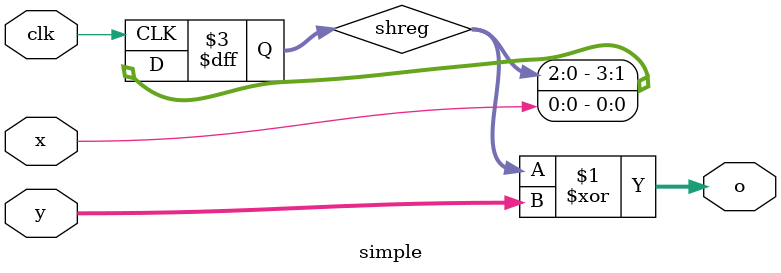
<source format=sv>
module simple (
    input logic clk,
    input logic x,
    input logic [3:0] y,
    output logic [3:0] o
);

    logic [3:0] shreg;
    assign o = shreg ^ y;

    always_ff @(posedge clk) begin
        shreg <= {shreg[2:0], x};
    end

endmodule


</source>
